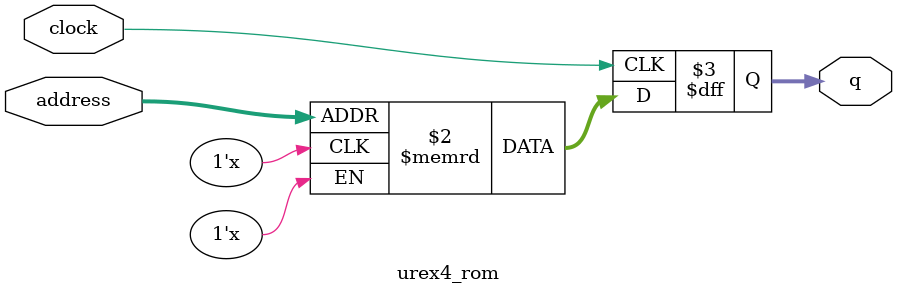
<source format=sv>
module urex4_rom (
	input logic clock,
	input logic [9:0] address,
	output logic [3:0] q
);

logic [3:0] memory [0:1023] /* synthesis ram_init_file = "./urex4/urex4.mif" */;

always_ff @ (posedge clock) begin
	q <= memory[address];
end

endmodule

</source>
